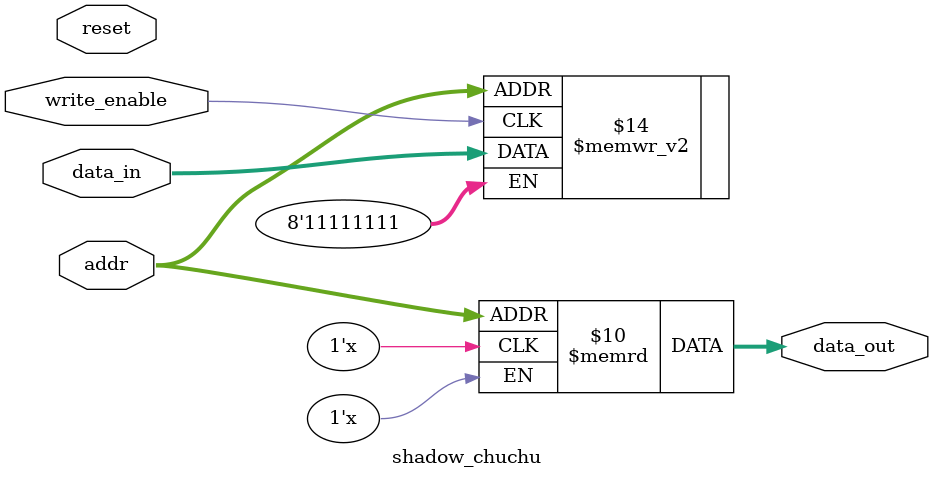
<source format=v>
module chuchu (
    input clk,
    input reset,

    input save_state,        
    input restore_state,      
    input [4:0] save_page,     // 5-bit for 32 pages
    input [4:0] restore_page,  // 5-bit for 32 pages
    input [7:0] rat_data,
    output reg [7:0] chuchu_out
);

    reg [7:0] chuchu_array [0:127];
    reg [6:0] current_index;
    integer i;

    wire [7:0] shadow_data_out [0:31][0:127];
    reg [7:0] shadow_data_in [0:31][0:127];
    reg shadow_write_enable [0:31];
    reg [6:0] shadow_addr;

    genvar j, k;
    generate
        for (j = 0; j < 32; j = j + 1) begin : shadow_chuchu_array
            for (k = 0; k < 128; k = k + 1) begin : shadow_chuchu_regs
                shadow_chuchu u_shadow_chuchu (
                    .reset(reset),
                    .addr(k[6:0]),  
                    .data_in(shadow_data_in[j][k]),
                    .data_out(shadow_data_out[j][k]),
                    .write_enable(shadow_write_enable[j])
                );
            end
        end
    endgenerate

    always @(posedge clk) begin   
        if (reset) begin
            for (i = 0; i < 128; i = i + 1) begin
                chuchu_array[i] <= 32 + i;
            end
            current_index <= 1;
            chuchu_out <= 32;
            chuchu_array[0] <=  8'b10100000;
        end else begin
            if (restore_state) begin
                for (i = 0; i < 128; i = i + 1) begin
                    chuchu_array[i] <= shadow_data_out[restore_page][i];
                end
                chuchu_out <= shadow_data_out[restore_page][current_index];
                chuchu_array[(current_index-2) % 128] <= rat_data;
                current_index <= (current_index + 1) % 128;
            end else begin
                shadow_write_enable[save_page] <= 0;
                if (save_state) begin
                    for (i = 0; i < 128; i = i + 1) begin
                        shadow_data_in[save_page][i] <= chuchu_array[i];
                    end
                    shadow_write_enable[save_page] <= 1;
                end
                chuchu_out <= chuchu_array[current_index];
                chuchu_array[(current_index-2) % 128] <= rat_data;
                current_index <= (current_index + 1) % 128;
            end
        end
    end
endmodule

module shadow_chuchu (
    input wire reset,
    input wire [6:0] addr,    
    input wire [7:0] data_in,
    output reg [7:0] data_out,
    input wire write_enable
);
    reg [7:0] registers [0:127];  
    integer i;

    always @(posedge write_enable) begin
        registers[addr] <= data_in;
    end

    always @(*) begin
        data_out <= registers[addr];
    end
endmodule

</source>
